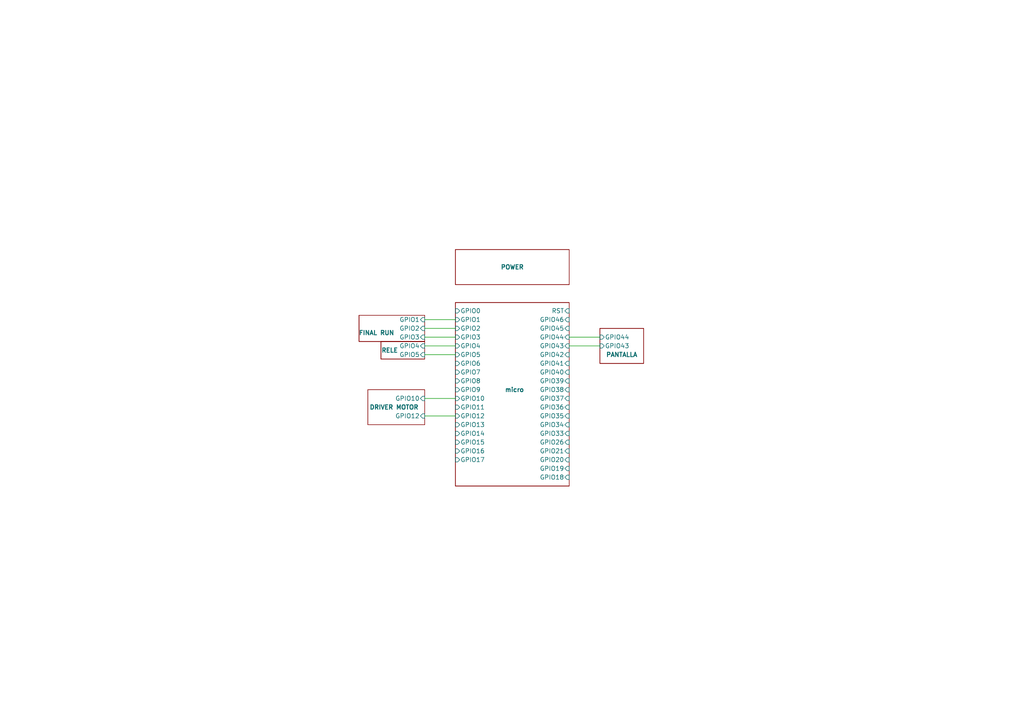
<source format=kicad_sch>
(kicad_sch (version 20230121) (generator eeschema)
  (paper "A4")
  (lib_symbols)
  (wire (pts (xy 123.19 95.25) (xy 132.08 95.25)))
  (wire (pts (xy 123.19 97.79) (xy 132.08 97.79)))
  (wire (pts (xy 123.19 100.33) (xy 132.08 100.33)))
  (wire (pts (xy 165.1 100.33) (xy 173.99 100.33)))
  (wire (pts (xy 123.19 92.71) (xy 132.08 92.71)))
  (wire (pts (xy 123.19 102.87) (xy 132.08 102.87)))
  (wire (pts (xy 123.19 120.65) (xy 132.08 120.65)))
  (wire (pts (xy 165.1 97.79) (xy 173.99 97.79)))
  (wire (pts (xy 123.19 115.57) (xy 132.08 115.57)))
  (sheet (at 173.99 95.25) (size 12.7 10.16) (stroke (width 0.1524))
    (property "Sheetname" "PANTALLA" (at 180.34 102.87 0) (effects (font bold)))
    (property "Sheetfile" "PANTALLA.kicad_sch" (effects hide))
    (pin "GPIO44" input (at 173.99 97.79 180))
    (pin "GPIO43" input (at 173.99 100.33 180))
  )
  (sheet (at 106.68 113.03) (size 16.51 10.16) (stroke (width 0.1524))
    (property "Sheetname" "DRIVER MOTOR" (at 114.3 118.11 0) (effects (font bold)))
    (property "Sheetfile" "DRIVER MOTOR.kicad_sch" (effects hide))
    (pin "GPIO12" input (at 123.19 120.65 0))
    (pin "GPIO10" input (at 123.19 115.57 0))
  )
  (sheet (at 110.49 99.06) (size 12.7 5.08) (stroke (width 0.1524))
    (property "Sheetname" "RELE" (at 113.03 101.6 0) (effects (font bold)))
    (property "Sheetfile" "RELE.kicad_sch" (effects hide))
    (pin "GPIO4" input (at 123.19 100.33 0))
    (pin "GPIO5" input (at 123.19 102.87 0))
  )
  (sheet (at 132.08 87.757) (size 33.02 53.213) (stroke (width 0.1524))
    (property "Sheetname" "micro" (at 149.225 113.03 0) (effects (font bold)))
    (property "Sheetfile" "micro.kicad_sch" (effects hide))
    (pin "GPIO3" input (at 132.08 97.79 180))
    (pin "GPIO2" input (at 132.08 95.25 180))
    (pin "GPIO1" input (at 132.08 92.71 180))
    (pin "GPIO4" input (at 132.08 100.33 180))
    (pin "GPIO0" input (at 132.08 90.17 180))
    (pin "GPIO43" input (at 165.1 100.33 0))
    (pin "GPIO44" input (at 165.1 97.79 0))
    (pin "GPIO46" input (at 165.1 92.71 0))
    (pin "GPIO45" input (at 165.1 95.25 0))
    (pin "RST" input (at 165.1 90.17 0))
    (pin "GPIO10" input (at 132.08 115.57 180))
    (pin "GPIO11" input (at 132.08 118.11 180))
    (pin "GPIO12" input (at 132.08 120.65 180))
    (pin "GPIO13" input (at 132.08 123.19 180))
    (pin "GPIO14" input (at 132.08 125.73 180))
    (pin "GPIO5" input (at 132.08 102.87 180))
    (pin "GPIO6" input (at 132.08 105.41 180))
    (pin "GPIO7" input (at 132.08 107.95 180))
    (pin "GPIO8" input (at 132.08 110.49 180))
    (pin "GPIO9" input (at 132.08 113.03 180))
    (pin "GPIO15" input (at 132.08 128.27 180))
    (pin "GPIO16" input (at 132.08 130.81 180))
    (pin "GPIO17" input (at 132.08 133.35 180))
    (pin "GPIO40" input (at 165.1 107.95 0))
    (pin "GPIO39" input (at 165.1 110.49 0))
    (pin "GPIO38" input (at 165.1 113.03 0))
    (pin "GPIO36" input (at 165.1 118.11 0))
    (pin "GPIO41" input (at 165.1 105.41 0))
    (pin "GPIO37" input (at 165.1 115.57 0))
    (pin "GPIO42" input (at 165.1 102.87 0))
    (pin "GPIO33" input (at 165.1 125.73 0))
    (pin "GPIO26" input (at 165.1 128.27 0))
    (pin "GPIO21" input (at 165.1 130.81 0))
    (pin "GPIO34" input (at 165.1 123.19 0))
    (pin "GPIO35" input (at 165.1 120.65 0))
    (pin "GPIO19" input (at 165.1 135.89 0))
    (pin "GPIO20" input (at 165.1 133.35 0))
    (pin "GPIO18" input (at 165.1 138.43 0))
  )
  (sheet (at 132.08 72.39) (size 33.02 10.16) (stroke (width 0.1524))
    (property "Sheetname" "POWER" (at 148.59 77.47 0) (effects (font bold)))
    (property "Sheetfile" "POWER.kicad_sch" (effects hide))
  )
  (sheet (at 104.14 91.44) (size 19.05 7.62) (stroke (width 0.1524))
    (property "Sheetname" "FINAL RUN" (at 109.22 96.52 0) (effects (font bold)))
    (property "Sheetfile" "FINAL RUN.kicad_sch" (effects hide))
    (pin "GPIO2" input (at 123.19 95.25 0))
    (pin "GPIO1" input (at 123.19 92.71 0))
    (pin "GPIO3" input (at 123.19 97.79 0))
  )
)
</source>
